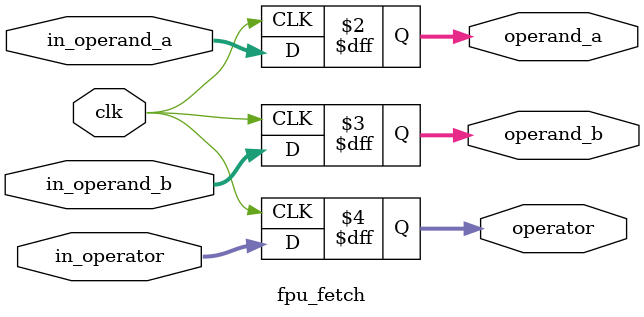
<source format=v>
`timescale 1ns / 1ps

module fpu_fetch(
    input clk,
    input [31:0] in_operand_a,
    input [31:0] in_operand_b,
    input [1:0] in_operator,
    output reg [31:0] operand_a,
    output reg [31:0] operand_b,
    output reg [1:0] operator
    );
    
    always @ (posedge clk) begin
        operand_a <= in_operand_a;
        operand_b <= in_operand_b;
        operator <= in_operator;
    end
    
endmodule

</source>
